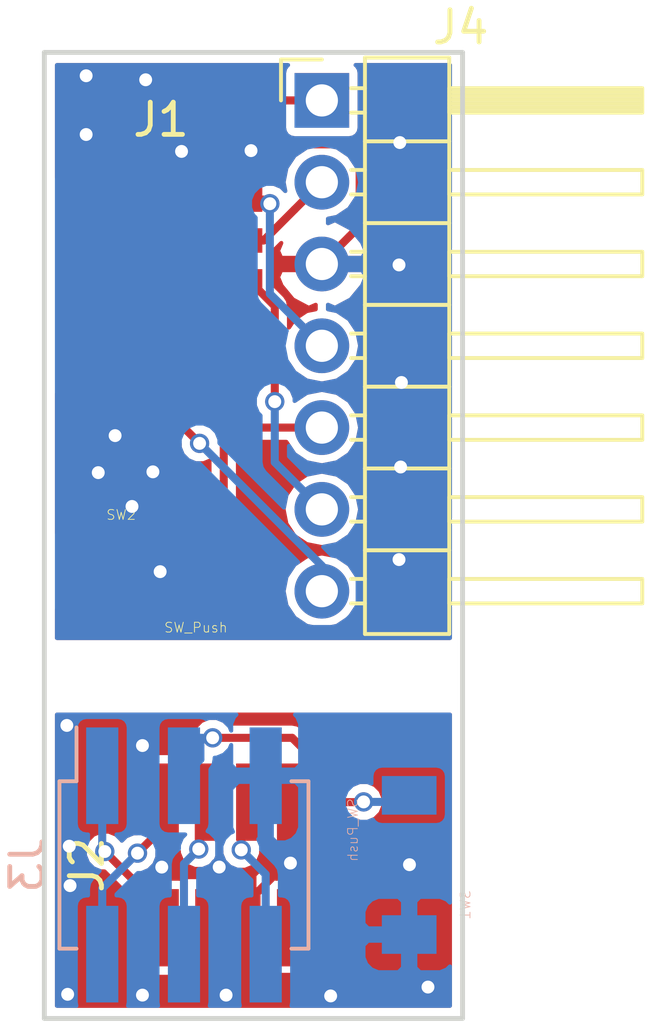
<source format=kicad_pcb>
(kicad_pcb (version 4) (host pcbnew 4.0.5)

  (general
    (links 22)
    (no_connects 3)
    (area 99.924999 99.924999 113.075001 130.075001)
    (thickness 1.6)
    (drawings 5)
    (tracks 185)
    (zones 0)
    (modules 6)
    (nets 16)
  )

  (page A4)
  (layers
    (0 F.Cu signal)
    (31 B.Cu signal)
    (32 B.Adhes user)
    (33 F.Adhes user)
    (34 B.Paste user)
    (35 F.Paste user)
    (36 B.SilkS user)
    (37 F.SilkS user)
    (38 B.Mask user)
    (39 F.Mask user)
    (40 Dwgs.User user)
    (41 Cmts.User user)
    (42 Eco1.User user)
    (43 Eco2.User user)
    (44 Edge.Cuts user)
    (45 Margin user)
    (46 B.CrtYd user)
    (47 F.CrtYd user)
    (48 B.Fab user)
    (49 F.Fab user)
  )

  (setup
    (last_trace_width 0.25)
    (trace_clearance 0.2)
    (zone_clearance 0.254)
    (zone_45_only no)
    (trace_min 0.2)
    (segment_width 0.2)
    (edge_width 0.15)
    (via_size 0.6)
    (via_drill 0.4)
    (via_min_size 0.4)
    (via_min_drill 0.3)
    (uvia_size 0.3)
    (uvia_drill 0.1)
    (uvias_allowed no)
    (uvia_min_size 0.2)
    (uvia_min_drill 0.1)
    (pcb_text_width 0.3)
    (pcb_text_size 1.5 1.5)
    (mod_edge_width 0.15)
    (mod_text_size 1 1)
    (mod_text_width 0.15)
    (pad_size 1.524 1.524)
    (pad_drill 0.762)
    (pad_to_mask_clearance 0.2)
    (aux_axis_origin 0 0)
    (visible_elements FFFFFF7F)
    (pcbplotparams
      (layerselection 0x00030_80000001)
      (usegerberextensions false)
      (excludeedgelayer true)
      (linewidth 0.100000)
      (plotframeref false)
      (viasonmask false)
      (mode 1)
      (useauxorigin false)
      (hpglpennumber 1)
      (hpglpenspeed 20)
      (hpglpendiameter 15)
      (hpglpenoverlay 2)
      (psnegative false)
      (psa4output false)
      (plotreference true)
      (plotvalue true)
      (plotinvisibletext false)
      (padsonsilk false)
      (subtractmaskfromsilk false)
      (outputformat 1)
      (mirror false)
      (drillshape 1)
      (scaleselection 1)
      (outputdirectory ""))
  )

  (net 0 "")
  (net 1 /VCC)
  (net 2 /TMS)
  (net 3 /GND)
  (net 4 /TCK)
  (net 5 /TDO)
  (net 6 "Net-(J1-Pad7)")
  (net 7 /TDI)
  (net 8 /~RST)
  (net 9 "Net-(J2-Pad1)")
  (net 10 "Net-(J2-Pad2)")
  (net 11 "Net-(J2-Pad4)")
  (net 12 "Net-(J2-Pad6)")
  (net 13 "Net-(J2-Pad7)")
  (net 14 "Net-(J2-Pad8)")
  (net 15 "Net-(J2-Pad10)")

  (net_class Default "This is the default net class."
    (clearance 0.2)
    (trace_width 0.25)
    (via_dia 0.6)
    (via_drill 0.4)
    (uvia_dia 0.3)
    (uvia_drill 0.1)
    (add_net /GND)
    (add_net /TCK)
    (add_net /TDI)
    (add_net /TDO)
    (add_net /TMS)
    (add_net /VCC)
    (add_net /~RST)
    (add_net "Net-(J1-Pad7)")
    (add_net "Net-(J2-Pad1)")
    (add_net "Net-(J2-Pad10)")
    (add_net "Net-(J2-Pad2)")
    (add_net "Net-(J2-Pad4)")
    (add_net "Net-(J2-Pad6)")
    (add_net "Net-(J2-Pad7)")
    (add_net "Net-(J2-Pad8)")
  )

  (module Homebrew:CNX_2X05X1.27_Vertical_SMD (layer F.Cu) (tedit 58F11CAC) (tstamp 58FB7FC7)
    (at 103.6262 107.111 270)
    (descr "Connecteur DB15 femelle encarte")
    (tags "CONN DB15")
    (path /58F52CD3)
    (fp_text reference J1 (at -5.02 0 360) (layer F.SilkS)
      (effects (font (size 1 1) (thickness 0.15)))
    )
    (fp_text value Jtag_ARM_10pin (at 0 1.27 270) (layer F.Fab)
      (effects (font (size 0.6 0.6) (thickness 0.15)))
    )
    (fp_line (start 1.17 2) (end 1.17 2.55) (layer F.Fab) (width 0.15))
    (fp_line (start -1.17 2) (end 1.17 2) (layer F.Fab) (width 0.15))
    (fp_line (start -1.17 2.55) (end -1.17 2) (layer F.Fab) (width 0.15))
    (fp_line (start -6.325 -2.55) (end -6.325 2.55) (layer F.Fab) (width 0.15))
    (fp_line (start 6.325 -2.55) (end -6.325 -2.55) (layer F.Fab) (width 0.15))
    (fp_line (start 6.325 2.55) (end 6.325 -2.55) (layer F.Fab) (width 0.15))
    (fp_line (start -6.325 2.55) (end -1.175 2.55) (layer F.Fab) (width 0.15))
    (fp_line (start 1.175 2.55) (end 6.325 2.55) (layer F.Fab) (width 0.15))
    (pad 1 smd rect (at -2.54 1.95 270) (size 0.76 2.4) (layers F.Cu F.Paste F.Mask)
      (net 1 /VCC))
    (pad 2 smd rect (at -2.54 -1.95 270) (size 0.76 2.4) (layers F.Cu F.Paste F.Mask)
      (net 2 /TMS))
    (pad 3 smd rect (at -1.27 1.95 270) (size 0.76 2.4) (layers F.Cu F.Paste F.Mask)
      (net 3 /GND))
    (pad 4 smd rect (at -1.27 -1.95 270) (size 0.76 2.4) (layers F.Cu F.Paste F.Mask)
      (net 4 /TCK))
    (pad 5 smd rect (at 0 1.95 270) (size 0.76 2.4) (layers F.Cu F.Paste F.Mask)
      (net 3 /GND))
    (pad 6 smd rect (at 0 -1.95 270) (size 0.76 2.4) (layers F.Cu F.Paste F.Mask)
      (net 5 /TDO))
    (pad 7 smd rect (at 1.27 1.95 270) (size 0.76 2.4) (layers F.Cu F.Paste F.Mask)
      (net 6 "Net-(J1-Pad7)"))
    (pad 8 smd rect (at 1.27 -1.95 270) (size 0.76 2.4) (layers F.Cu F.Paste F.Mask)
      (net 7 /TDI))
    (pad 9 smd rect (at 2.54 1.95 270) (size 0.76 2.4) (layers F.Cu F.Paste F.Mask)
      (net 3 /GND))
    (pad 10 smd rect (at 2.54 -1.95 270) (size 0.76 2.4) (layers F.Cu F.Paste F.Mask)
      (net 8 /~RST))
    (model Connectors.3dshapes/DB15M_CI.wrl
      (at (xyz -0.39 0.1 -0.03))
      (scale (xyz 1 1 1))
      (rotate (xyz 90 180 0))
    )
  )

  (module Homebrew:CNX_2X05X1.27_Vertical_SMD (layer F.Cu) (tedit 58F11CAC) (tstamp 58FB7FDD)
    (at 106.34031 125.232502)
    (descr "Connecteur DB15 femelle encarte")
    (tags "CONN DB15")
    (path /58F52EB0)
    (fp_text reference J2 (at -5.02 0 90) (layer F.SilkS)
      (effects (font (size 1 1) (thickness 0.15)))
    )
    (fp_text value Jtag_ARM_10pin (at 0 1.27) (layer F.Fab)
      (effects (font (size 0.6 0.6) (thickness 0.15)))
    )
    (fp_line (start 1.17 2) (end 1.17 2.55) (layer F.Fab) (width 0.15))
    (fp_line (start -1.17 2) (end 1.17 2) (layer F.Fab) (width 0.15))
    (fp_line (start -1.17 2.55) (end -1.17 2) (layer F.Fab) (width 0.15))
    (fp_line (start -6.325 -2.55) (end -6.325 2.55) (layer F.Fab) (width 0.15))
    (fp_line (start 6.325 -2.55) (end -6.325 -2.55) (layer F.Fab) (width 0.15))
    (fp_line (start 6.325 2.55) (end 6.325 -2.55) (layer F.Fab) (width 0.15))
    (fp_line (start -6.325 2.55) (end -1.175 2.55) (layer F.Fab) (width 0.15))
    (fp_line (start 1.175 2.55) (end 6.325 2.55) (layer F.Fab) (width 0.15))
    (pad 1 smd rect (at -2.54 1.95) (size 0.76 2.4) (layers F.Cu F.Paste F.Mask)
      (net 9 "Net-(J2-Pad1)"))
    (pad 2 smd rect (at -2.54 -1.95) (size 0.76 2.4) (layers F.Cu F.Paste F.Mask)
      (net 10 "Net-(J2-Pad2)"))
    (pad 3 smd rect (at -1.27 1.95) (size 0.76 2.4) (layers F.Cu F.Paste F.Mask)
      (net 3 /GND))
    (pad 4 smd rect (at -1.27 -1.95) (size 0.76 2.4) (layers F.Cu F.Paste F.Mask)
      (net 11 "Net-(J2-Pad4)"))
    (pad 5 smd rect (at 0 1.95) (size 0.76 2.4) (layers F.Cu F.Paste F.Mask)
      (net 3 /GND))
    (pad 6 smd rect (at 0 -1.95) (size 0.76 2.4) (layers F.Cu F.Paste F.Mask)
      (net 12 "Net-(J2-Pad6)"))
    (pad 7 smd rect (at 1.27 1.95) (size 0.76 2.4) (layers F.Cu F.Paste F.Mask)
      (net 13 "Net-(J2-Pad7)"))
    (pad 8 smd rect (at 1.27 -1.95) (size 0.76 2.4) (layers F.Cu F.Paste F.Mask)
      (net 14 "Net-(J2-Pad8)"))
    (pad 9 smd rect (at 2.54 1.95) (size 0.76 2.4) (layers F.Cu F.Paste F.Mask)
      (net 3 /GND))
    (pad 10 smd rect (at 2.54 -1.95) (size 0.76 2.4) (layers F.Cu F.Paste F.Mask)
      (net 15 "Net-(J2-Pad10)"))
    (model Connectors.3dshapes/DB15M_CI.wrl
      (at (xyz -0.39 0.1 -0.03))
      (scale (xyz 1 1 1))
      (rotate (xyz 90 180 0))
    )
  )

  (module Pin_Headers:Pin_Header_Straight_2x03_Pitch2.54mm_SMD (layer B.Cu) (tedit 58CD4EC5) (tstamp 58FB800F)
    (at 104.34031 125.232502 270)
    (descr "surface-mounted straight pin header, 2x03, 2.54mm pitch, double rows")
    (tags "Surface mounted pin header SMD 2x03 2.54mm double row")
    (path /58F52D6A)
    (attr smd)
    (fp_text reference J3 (at 0 4.87 270) (layer B.SilkS)
      (effects (font (size 1 1) (thickness 0.15)) (justify mirror))
    )
    (fp_text value CONN_02X03 (at 0 -4.87 270) (layer B.Fab)
      (effects (font (size 1 1) (thickness 0.15)) (justify mirror))
    )
    (fp_line (start -2.54 3.81) (end -2.54 -3.81) (layer B.Fab) (width 0.1))
    (fp_line (start -2.54 -3.81) (end 2.54 -3.81) (layer B.Fab) (width 0.1))
    (fp_line (start 2.54 -3.81) (end 2.54 3.81) (layer B.Fab) (width 0.1))
    (fp_line (start 2.54 3.81) (end -2.54 3.81) (layer B.Fab) (width 0.1))
    (fp_line (start -2.54 2.86) (end -2.54 2.22) (layer B.Fab) (width 0.1))
    (fp_line (start -2.54 2.22) (end -3.92 2.22) (layer B.Fab) (width 0.1))
    (fp_line (start -3.92 2.22) (end -3.92 2.86) (layer B.Fab) (width 0.1))
    (fp_line (start -3.92 2.86) (end -2.54 2.86) (layer B.Fab) (width 0.1))
    (fp_line (start 2.54 2.86) (end 2.54 2.22) (layer B.Fab) (width 0.1))
    (fp_line (start 2.54 2.22) (end 3.92 2.22) (layer B.Fab) (width 0.1))
    (fp_line (start 3.92 2.22) (end 3.92 2.86) (layer B.Fab) (width 0.1))
    (fp_line (start 3.92 2.86) (end 2.54 2.86) (layer B.Fab) (width 0.1))
    (fp_line (start -2.54 0.32) (end -2.54 -0.32) (layer B.Fab) (width 0.1))
    (fp_line (start -2.54 -0.32) (end -3.92 -0.32) (layer B.Fab) (width 0.1))
    (fp_line (start -3.92 -0.32) (end -3.92 0.32) (layer B.Fab) (width 0.1))
    (fp_line (start -3.92 0.32) (end -2.54 0.32) (layer B.Fab) (width 0.1))
    (fp_line (start 2.54 0.32) (end 2.54 -0.32) (layer B.Fab) (width 0.1))
    (fp_line (start 2.54 -0.32) (end 3.92 -0.32) (layer B.Fab) (width 0.1))
    (fp_line (start 3.92 -0.32) (end 3.92 0.32) (layer B.Fab) (width 0.1))
    (fp_line (start 3.92 0.32) (end 2.54 0.32) (layer B.Fab) (width 0.1))
    (fp_line (start -2.54 -2.22) (end -2.54 -2.86) (layer B.Fab) (width 0.1))
    (fp_line (start -2.54 -2.86) (end -3.92 -2.86) (layer B.Fab) (width 0.1))
    (fp_line (start -3.92 -2.86) (end -3.92 -2.22) (layer B.Fab) (width 0.1))
    (fp_line (start -3.92 -2.22) (end -2.54 -2.22) (layer B.Fab) (width 0.1))
    (fp_line (start 2.54 -2.22) (end 2.54 -2.86) (layer B.Fab) (width 0.1))
    (fp_line (start 2.54 -2.86) (end 3.92 -2.86) (layer B.Fab) (width 0.1))
    (fp_line (start 3.92 -2.86) (end 3.92 -2.22) (layer B.Fab) (width 0.1))
    (fp_line (start 3.92 -2.22) (end 2.54 -2.22) (layer B.Fab) (width 0.1))
    (fp_line (start -2.6 3.34) (end -2.6 3.87) (layer B.SilkS) (width 0.12))
    (fp_line (start -2.6 3.87) (end 2.6 3.87) (layer B.SilkS) (width 0.12))
    (fp_line (start 2.6 3.87) (end 2.6 3.34) (layer B.SilkS) (width 0.12))
    (fp_line (start -2.6 -3.34) (end -2.6 -3.87) (layer B.SilkS) (width 0.12))
    (fp_line (start -2.6 -3.87) (end 2.6 -3.87) (layer B.SilkS) (width 0.12))
    (fp_line (start 2.6 -3.87) (end 2.6 -3.34) (layer B.SilkS) (width 0.12))
    (fp_line (start -4.27 3.34) (end -2.6 3.34) (layer B.SilkS) (width 0.12))
    (fp_line (start -4.8 4.35) (end -4.8 -4.35) (layer B.CrtYd) (width 0.05))
    (fp_line (start -4.8 -4.35) (end 4.8 -4.35) (layer B.CrtYd) (width 0.05))
    (fp_line (start 4.8 -4.35) (end 4.8 4.35) (layer B.CrtYd) (width 0.05))
    (fp_line (start 4.8 4.35) (end -4.8 4.35) (layer B.CrtYd) (width 0.05))
    (fp_text user %R (at 0 4.87 270) (layer B.Fab)
      (effects (font (size 1 1) (thickness 0.15)) (justify mirror))
    )
    (pad 1 smd rect (at -2.77 2.54 270) (size 3 1) (layers B.Cu B.Paste B.Mask)
      (net 9 "Net-(J2-Pad1)"))
    (pad 2 smd rect (at 2.77 2.54 270) (size 3 1) (layers B.Cu B.Paste B.Mask)
      (net 10 "Net-(J2-Pad2)"))
    (pad 3 smd rect (at -2.77 0 270) (size 3 1) (layers B.Cu B.Paste B.Mask)
      (net 15 "Net-(J2-Pad10)"))
    (pad 4 smd rect (at 2.77 0 270) (size 3 1) (layers B.Cu B.Paste B.Mask)
      (net 11 "Net-(J2-Pad4)"))
    (pad 5 smd rect (at -2.77 -2.54 270) (size 3 1) (layers B.Cu B.Paste B.Mask)
      (net 3 /GND))
    (pad 6 smd rect (at 2.77 -2.54 270) (size 3 1) (layers B.Cu B.Paste B.Mask)
      (net 12 "Net-(J2-Pad6)"))
    (model ${KISYS3DMOD}/Pin_Headers.3dshapes/Pin_Header_Straight_2x03_Pitch2.54mm_SMD.wrl
      (at (xyz 0 0 0))
      (scale (xyz 1 1 1))
      (rotate (xyz 0 0 0))
    )
  )

  (module Pin_Headers:Pin_Header_Angled_1x07_Pitch2.54mm (layer F.Cu) (tedit 58CD4EC1) (tstamp 58FB80A5)
    (at 108.6262 101.491)
    (descr "Through hole angled pin header, 1x07, 2.54mm pitch, 6mm pin length, single row")
    (tags "Through hole angled pin header THT 1x07 2.54mm single row")
    (path /58F53289)
    (fp_text reference J4 (at 4.315 -2.27) (layer F.SilkS)
      (effects (font (size 1 1) (thickness 0.15)))
    )
    (fp_text value CONN_01X07 (at 4.315 17.51) (layer F.Fab)
      (effects (font (size 1 1) (thickness 0.15)))
    )
    (fp_line (start 1.4 -1.27) (end 1.4 1.27) (layer F.Fab) (width 0.1))
    (fp_line (start 1.4 1.27) (end 3.9 1.27) (layer F.Fab) (width 0.1))
    (fp_line (start 3.9 1.27) (end 3.9 -1.27) (layer F.Fab) (width 0.1))
    (fp_line (start 3.9 -1.27) (end 1.4 -1.27) (layer F.Fab) (width 0.1))
    (fp_line (start 0 -0.32) (end 0 0.32) (layer F.Fab) (width 0.1))
    (fp_line (start 0 0.32) (end 9.9 0.32) (layer F.Fab) (width 0.1))
    (fp_line (start 9.9 0.32) (end 9.9 -0.32) (layer F.Fab) (width 0.1))
    (fp_line (start 9.9 -0.32) (end 0 -0.32) (layer F.Fab) (width 0.1))
    (fp_line (start 1.4 1.27) (end 1.4 3.81) (layer F.Fab) (width 0.1))
    (fp_line (start 1.4 3.81) (end 3.9 3.81) (layer F.Fab) (width 0.1))
    (fp_line (start 3.9 3.81) (end 3.9 1.27) (layer F.Fab) (width 0.1))
    (fp_line (start 3.9 1.27) (end 1.4 1.27) (layer F.Fab) (width 0.1))
    (fp_line (start 0 2.22) (end 0 2.86) (layer F.Fab) (width 0.1))
    (fp_line (start 0 2.86) (end 9.9 2.86) (layer F.Fab) (width 0.1))
    (fp_line (start 9.9 2.86) (end 9.9 2.22) (layer F.Fab) (width 0.1))
    (fp_line (start 9.9 2.22) (end 0 2.22) (layer F.Fab) (width 0.1))
    (fp_line (start 1.4 3.81) (end 1.4 6.35) (layer F.Fab) (width 0.1))
    (fp_line (start 1.4 6.35) (end 3.9 6.35) (layer F.Fab) (width 0.1))
    (fp_line (start 3.9 6.35) (end 3.9 3.81) (layer F.Fab) (width 0.1))
    (fp_line (start 3.9 3.81) (end 1.4 3.81) (layer F.Fab) (width 0.1))
    (fp_line (start 0 4.76) (end 0 5.4) (layer F.Fab) (width 0.1))
    (fp_line (start 0 5.4) (end 9.9 5.4) (layer F.Fab) (width 0.1))
    (fp_line (start 9.9 5.4) (end 9.9 4.76) (layer F.Fab) (width 0.1))
    (fp_line (start 9.9 4.76) (end 0 4.76) (layer F.Fab) (width 0.1))
    (fp_line (start 1.4 6.35) (end 1.4 8.89) (layer F.Fab) (width 0.1))
    (fp_line (start 1.4 8.89) (end 3.9 8.89) (layer F.Fab) (width 0.1))
    (fp_line (start 3.9 8.89) (end 3.9 6.35) (layer F.Fab) (width 0.1))
    (fp_line (start 3.9 6.35) (end 1.4 6.35) (layer F.Fab) (width 0.1))
    (fp_line (start 0 7.3) (end 0 7.94) (layer F.Fab) (width 0.1))
    (fp_line (start 0 7.94) (end 9.9 7.94) (layer F.Fab) (width 0.1))
    (fp_line (start 9.9 7.94) (end 9.9 7.3) (layer F.Fab) (width 0.1))
    (fp_line (start 9.9 7.3) (end 0 7.3) (layer F.Fab) (width 0.1))
    (fp_line (start 1.4 8.89) (end 1.4 11.43) (layer F.Fab) (width 0.1))
    (fp_line (start 1.4 11.43) (end 3.9 11.43) (layer F.Fab) (width 0.1))
    (fp_line (start 3.9 11.43) (end 3.9 8.89) (layer F.Fab) (width 0.1))
    (fp_line (start 3.9 8.89) (end 1.4 8.89) (layer F.Fab) (width 0.1))
    (fp_line (start 0 9.84) (end 0 10.48) (layer F.Fab) (width 0.1))
    (fp_line (start 0 10.48) (end 9.9 10.48) (layer F.Fab) (width 0.1))
    (fp_line (start 9.9 10.48) (end 9.9 9.84) (layer F.Fab) (width 0.1))
    (fp_line (start 9.9 9.84) (end 0 9.84) (layer F.Fab) (width 0.1))
    (fp_line (start 1.4 11.43) (end 1.4 13.97) (layer F.Fab) (width 0.1))
    (fp_line (start 1.4 13.97) (end 3.9 13.97) (layer F.Fab) (width 0.1))
    (fp_line (start 3.9 13.97) (end 3.9 11.43) (layer F.Fab) (width 0.1))
    (fp_line (start 3.9 11.43) (end 1.4 11.43) (layer F.Fab) (width 0.1))
    (fp_line (start 0 12.38) (end 0 13.02) (layer F.Fab) (width 0.1))
    (fp_line (start 0 13.02) (end 9.9 13.02) (layer F.Fab) (width 0.1))
    (fp_line (start 9.9 13.02) (end 9.9 12.38) (layer F.Fab) (width 0.1))
    (fp_line (start 9.9 12.38) (end 0 12.38) (layer F.Fab) (width 0.1))
    (fp_line (start 1.4 13.97) (end 1.4 16.51) (layer F.Fab) (width 0.1))
    (fp_line (start 1.4 16.51) (end 3.9 16.51) (layer F.Fab) (width 0.1))
    (fp_line (start 3.9 16.51) (end 3.9 13.97) (layer F.Fab) (width 0.1))
    (fp_line (start 3.9 13.97) (end 1.4 13.97) (layer F.Fab) (width 0.1))
    (fp_line (start 0 14.92) (end 0 15.56) (layer F.Fab) (width 0.1))
    (fp_line (start 0 15.56) (end 9.9 15.56) (layer F.Fab) (width 0.1))
    (fp_line (start 9.9 15.56) (end 9.9 14.92) (layer F.Fab) (width 0.1))
    (fp_line (start 9.9 14.92) (end 0 14.92) (layer F.Fab) (width 0.1))
    (fp_line (start 1.34 -1.33) (end 1.34 1.27) (layer F.SilkS) (width 0.12))
    (fp_line (start 1.34 1.27) (end 3.96 1.27) (layer F.SilkS) (width 0.12))
    (fp_line (start 3.96 1.27) (end 3.96 -1.33) (layer F.SilkS) (width 0.12))
    (fp_line (start 3.96 -1.33) (end 1.34 -1.33) (layer F.SilkS) (width 0.12))
    (fp_line (start 3.96 -0.38) (end 3.96 0.38) (layer F.SilkS) (width 0.12))
    (fp_line (start 3.96 0.38) (end 9.96 0.38) (layer F.SilkS) (width 0.12))
    (fp_line (start 9.96 0.38) (end 9.96 -0.38) (layer F.SilkS) (width 0.12))
    (fp_line (start 9.96 -0.38) (end 3.96 -0.38) (layer F.SilkS) (width 0.12))
    (fp_line (start 0.91 -0.38) (end 1.34 -0.38) (layer F.SilkS) (width 0.12))
    (fp_line (start 0.91 0.38) (end 1.34 0.38) (layer F.SilkS) (width 0.12))
    (fp_line (start 3.96 -0.26) (end 9.96 -0.26) (layer F.SilkS) (width 0.12))
    (fp_line (start 3.96 -0.14) (end 9.96 -0.14) (layer F.SilkS) (width 0.12))
    (fp_line (start 3.96 -0.02) (end 9.96 -0.02) (layer F.SilkS) (width 0.12))
    (fp_line (start 3.96 0.1) (end 9.96 0.1) (layer F.SilkS) (width 0.12))
    (fp_line (start 3.96 0.22) (end 9.96 0.22) (layer F.SilkS) (width 0.12))
    (fp_line (start 3.96 0.34) (end 9.96 0.34) (layer F.SilkS) (width 0.12))
    (fp_line (start 1.34 1.27) (end 1.34 3.81) (layer F.SilkS) (width 0.12))
    (fp_line (start 1.34 3.81) (end 3.96 3.81) (layer F.SilkS) (width 0.12))
    (fp_line (start 3.96 3.81) (end 3.96 1.27) (layer F.SilkS) (width 0.12))
    (fp_line (start 3.96 1.27) (end 1.34 1.27) (layer F.SilkS) (width 0.12))
    (fp_line (start 3.96 2.16) (end 3.96 2.92) (layer F.SilkS) (width 0.12))
    (fp_line (start 3.96 2.92) (end 9.96 2.92) (layer F.SilkS) (width 0.12))
    (fp_line (start 9.96 2.92) (end 9.96 2.16) (layer F.SilkS) (width 0.12))
    (fp_line (start 9.96 2.16) (end 3.96 2.16) (layer F.SilkS) (width 0.12))
    (fp_line (start 0.91 2.16) (end 1.34 2.16) (layer F.SilkS) (width 0.12))
    (fp_line (start 0.91 2.92) (end 1.34 2.92) (layer F.SilkS) (width 0.12))
    (fp_line (start 1.34 3.81) (end 1.34 6.35) (layer F.SilkS) (width 0.12))
    (fp_line (start 1.34 6.35) (end 3.96 6.35) (layer F.SilkS) (width 0.12))
    (fp_line (start 3.96 6.35) (end 3.96 3.81) (layer F.SilkS) (width 0.12))
    (fp_line (start 3.96 3.81) (end 1.34 3.81) (layer F.SilkS) (width 0.12))
    (fp_line (start 3.96 4.7) (end 3.96 5.46) (layer F.SilkS) (width 0.12))
    (fp_line (start 3.96 5.46) (end 9.96 5.46) (layer F.SilkS) (width 0.12))
    (fp_line (start 9.96 5.46) (end 9.96 4.7) (layer F.SilkS) (width 0.12))
    (fp_line (start 9.96 4.7) (end 3.96 4.7) (layer F.SilkS) (width 0.12))
    (fp_line (start 0.91 4.7) (end 1.34 4.7) (layer F.SilkS) (width 0.12))
    (fp_line (start 0.91 5.46) (end 1.34 5.46) (layer F.SilkS) (width 0.12))
    (fp_line (start 1.34 6.35) (end 1.34 8.89) (layer F.SilkS) (width 0.12))
    (fp_line (start 1.34 8.89) (end 3.96 8.89) (layer F.SilkS) (width 0.12))
    (fp_line (start 3.96 8.89) (end 3.96 6.35) (layer F.SilkS) (width 0.12))
    (fp_line (start 3.96 6.35) (end 1.34 6.35) (layer F.SilkS) (width 0.12))
    (fp_line (start 3.96 7.24) (end 3.96 8) (layer F.SilkS) (width 0.12))
    (fp_line (start 3.96 8) (end 9.96 8) (layer F.SilkS) (width 0.12))
    (fp_line (start 9.96 8) (end 9.96 7.24) (layer F.SilkS) (width 0.12))
    (fp_line (start 9.96 7.24) (end 3.96 7.24) (layer F.SilkS) (width 0.12))
    (fp_line (start 0.91 7.24) (end 1.34 7.24) (layer F.SilkS) (width 0.12))
    (fp_line (start 0.91 8) (end 1.34 8) (layer F.SilkS) (width 0.12))
    (fp_line (start 1.34 8.89) (end 1.34 11.43) (layer F.SilkS) (width 0.12))
    (fp_line (start 1.34 11.43) (end 3.96 11.43) (layer F.SilkS) (width 0.12))
    (fp_line (start 3.96 11.43) (end 3.96 8.89) (layer F.SilkS) (width 0.12))
    (fp_line (start 3.96 8.89) (end 1.34 8.89) (layer F.SilkS) (width 0.12))
    (fp_line (start 3.96 9.78) (end 3.96 10.54) (layer F.SilkS) (width 0.12))
    (fp_line (start 3.96 10.54) (end 9.96 10.54) (layer F.SilkS) (width 0.12))
    (fp_line (start 9.96 10.54) (end 9.96 9.78) (layer F.SilkS) (width 0.12))
    (fp_line (start 9.96 9.78) (end 3.96 9.78) (layer F.SilkS) (width 0.12))
    (fp_line (start 0.91 9.78) (end 1.34 9.78) (layer F.SilkS) (width 0.12))
    (fp_line (start 0.91 10.54) (end 1.34 10.54) (layer F.SilkS) (width 0.12))
    (fp_line (start 1.34 11.43) (end 1.34 13.97) (layer F.SilkS) (width 0.12))
    (fp_line (start 1.34 13.97) (end 3.96 13.97) (layer F.SilkS) (width 0.12))
    (fp_line (start 3.96 13.97) (end 3.96 11.43) (layer F.SilkS) (width 0.12))
    (fp_line (start 3.96 11.43) (end 1.34 11.43) (layer F.SilkS) (width 0.12))
    (fp_line (start 3.96 12.32) (end 3.96 13.08) (layer F.SilkS) (width 0.12))
    (fp_line (start 3.96 13.08) (end 9.96 13.08) (layer F.SilkS) (width 0.12))
    (fp_line (start 9.96 13.08) (end 9.96 12.32) (layer F.SilkS) (width 0.12))
    (fp_line (start 9.96 12.32) (end 3.96 12.32) (layer F.SilkS) (width 0.12))
    (fp_line (start 0.91 12.32) (end 1.34 12.32) (layer F.SilkS) (width 0.12))
    (fp_line (start 0.91 13.08) (end 1.34 13.08) (layer F.SilkS) (width 0.12))
    (fp_line (start 1.34 13.97) (end 1.34 16.57) (layer F.SilkS) (width 0.12))
    (fp_line (start 1.34 16.57) (end 3.96 16.57) (layer F.SilkS) (width 0.12))
    (fp_line (start 3.96 16.57) (end 3.96 13.97) (layer F.SilkS) (width 0.12))
    (fp_line (start 3.96 13.97) (end 1.34 13.97) (layer F.SilkS) (width 0.12))
    (fp_line (start 3.96 14.86) (end 3.96 15.62) (layer F.SilkS) (width 0.12))
    (fp_line (start 3.96 15.62) (end 9.96 15.62) (layer F.SilkS) (width 0.12))
    (fp_line (start 9.96 15.62) (end 9.96 14.86) (layer F.SilkS) (width 0.12))
    (fp_line (start 9.96 14.86) (end 3.96 14.86) (layer F.SilkS) (width 0.12))
    (fp_line (start 0.91 14.86) (end 1.34 14.86) (layer F.SilkS) (width 0.12))
    (fp_line (start 0.91 15.62) (end 1.34 15.62) (layer F.SilkS) (width 0.12))
    (fp_line (start -1.27 0) (end -1.27 -1.27) (layer F.SilkS) (width 0.12))
    (fp_line (start -1.27 -1.27) (end 0 -1.27) (layer F.SilkS) (width 0.12))
    (fp_line (start -1.8 -1.8) (end -1.8 17.05) (layer F.CrtYd) (width 0.05))
    (fp_line (start -1.8 17.05) (end 10.4 17.05) (layer F.CrtYd) (width 0.05))
    (fp_line (start 10.4 17.05) (end 10.4 -1.8) (layer F.CrtYd) (width 0.05))
    (fp_line (start 10.4 -1.8) (end -1.8 -1.8) (layer F.CrtYd) (width 0.05))
    (fp_text user %R (at 4.315 -2.27) (layer F.Fab)
      (effects (font (size 1 1) (thickness 0.15)))
    )
    (pad 1 thru_hole rect (at 0 0) (size 1.7 1.7) (drill 1) (layers *.Cu *.Mask)
      (net 1 /VCC))
    (pad 2 thru_hole oval (at 0 2.54) (size 1.7 1.7) (drill 1) (layers *.Cu *.Mask)
      (net 4 /TCK))
    (pad 3 thru_hole oval (at 0 5.08) (size 1.7 1.7) (drill 1) (layers *.Cu *.Mask)
      (net 3 /GND))
    (pad 4 thru_hole oval (at 0 7.62) (size 1.7 1.7) (drill 1) (layers *.Cu *.Mask)
      (net 2 /TMS))
    (pad 5 thru_hole oval (at 0 10.16) (size 1.7 1.7) (drill 1) (layers *.Cu *.Mask)
      (net 8 /~RST))
    (pad 6 thru_hole oval (at 0 12.7) (size 1.7 1.7) (drill 1) (layers *.Cu *.Mask)
      (net 5 /TDO))
    (pad 7 thru_hole oval (at 0 15.24) (size 1.7 1.7) (drill 1) (layers *.Cu *.Mask)
      (net 7 /TDI))
    (model ${KISYS3DMOD}/Pin_Headers.3dshapes/Pin_Header_Angled_1x07_Pitch2.54mm.wrl
      (at (xyz 0 -0.3 0))
      (scale (xyz 1 1 1))
      (rotate (xyz 0 0 90))
    )
  )

  (module Homebrew:Homebrew-SMT_SPSD_5X3MM (layer F.Cu) (tedit 58ED0EFB) (tstamp 58FB80B9)
    (at 103.6262 116.111)
    (path /58F546DA)
    (attr smd)
    (fp_text reference SW2 (at -1.23698 -1.75006) (layer F.SilkS)
      (effects (font (size 0.3048 0.3048) (thickness 0.0254)))
    )
    (fp_text value SW_Push (at 1.08458 1.75006 180) (layer F.SilkS)
      (effects (font (size 0.3048 0.3048) (thickness 0.0254)))
    )
    (fp_line (start -1.99898 1.4986) (end 1.99898 1.4986) (layer Dwgs.User) (width 0.127))
    (fp_line (start 1.99898 1.4986) (end 1.99898 0.99822) (layer Dwgs.User) (width 0.127))
    (fp_line (start 1.99898 -0.99822) (end 1.99898 -1.4986) (layer Dwgs.User) (width 0.127))
    (fp_line (start 1.99898 -1.4986) (end -1.99898 -1.4986) (layer Dwgs.User) (width 0.127))
    (fp_line (start -1.99898 -1.4986) (end -1.99898 -0.99822) (layer Dwgs.User) (width 0.127))
    (fp_line (start -1.99898 0.99822) (end -1.99898 1.4986) (layer Dwgs.User) (width 0.127))
    (fp_circle (center 0 0) (end -0.43688 0.43688) (layer Dwgs.User) (width 0.0635))
    (pad 1 smd rect (at -2.16154 0 90) (size 1.69926 1.19888) (layers F.Cu F.Paste F.Mask)
      (net 3 /GND))
    (pad 2 smd rect (at 2.16154 0 90) (size 1.69926 1.19888) (layers F.Cu F.Paste F.Mask)
      (net 8 /~RST))
  )

  (module Homebrew:Homebrew-SMT_SPSD_5X3MM (layer B.Cu) (tedit 58ED0EFB) (tstamp 58FB80AF)
    (at 111.34031 125.232502 90)
    (path /58F54665)
    (attr smd)
    (fp_text reference SW1 (at -1.23698 1.75006 90) (layer B.SilkS)
      (effects (font (size 0.3048 0.3048) (thickness 0.0254)) (justify mirror))
    )
    (fp_text value SW_Push (at 1.08458 -1.75006 270) (layer B.SilkS)
      (effects (font (size 0.3048 0.3048) (thickness 0.0254)) (justify mirror))
    )
    (fp_line (start -1.99898 -1.4986) (end 1.99898 -1.4986) (layer Dwgs.User) (width 0.127))
    (fp_line (start 1.99898 -1.4986) (end 1.99898 -0.99822) (layer Dwgs.User) (width 0.127))
    (fp_line (start 1.99898 0.99822) (end 1.99898 1.4986) (layer Dwgs.User) (width 0.127))
    (fp_line (start 1.99898 1.4986) (end -1.99898 1.4986) (layer Dwgs.User) (width 0.127))
    (fp_line (start -1.99898 1.4986) (end -1.99898 0.99822) (layer Dwgs.User) (width 0.127))
    (fp_line (start -1.99898 -0.99822) (end -1.99898 -1.4986) (layer Dwgs.User) (width 0.127))
    (fp_circle (center 0 0) (end -0.43688 -0.43688) (layer Dwgs.User) (width 0.0635))
    (pad 1 smd rect (at -2.16154 0) (size 1.69926 1.19888) (layers B.Cu B.Paste B.Mask)
      (net 3 /GND))
    (pad 2 smd rect (at 2.16154 0) (size 1.69926 1.19888) (layers B.Cu B.Paste B.Mask)
      (net 15 "Net-(J2-Pad10)"))
  )

  (gr_line (start 100 130) (end 100 100) (layer Edge.Cuts) (width 0.15))
  (gr_line (start 100 130) (end 100 130) (layer Edge.Cuts) (width 0.15))
  (gr_line (start 113 130) (end 100 130) (layer Edge.Cuts) (width 0.15))
  (gr_line (start 113 100) (end 113 130) (layer Edge.Cuts) (width 0.15))
  (gr_line (start 100 100) (end 113 100) (layer Edge.Cuts) (width 0.15))

  (segment (start 101.6762 104.571) (end 101.6762 103.941) (width 0.25) (layer F.Cu) (net 1))
  (segment (start 101.6762 103.941) (end 104.1262 101.491) (width 0.25) (layer F.Cu) (net 1))
  (segment (start 104.1262 101.491) (end 107.5262 101.491) (width 0.25) (layer F.Cu) (net 1))
  (segment (start 107.5262 101.491) (end 108.6262 101.491) (width 0.25) (layer F.Cu) (net 1))
  (segment (start 107.0102 104.6988) (end 107.0102 107.495) (width 0.25) (layer B.Cu) (net 2))
  (segment (start 107.0102 107.495) (end 108.6262 109.111) (width 0.25) (layer B.Cu) (net 2))
  (segment (start 105.5762 104.571) (end 106.8824 104.571) (width 0.25) (layer F.Cu) (net 2))
  (segment (start 106.8824 104.571) (end 107.0102 104.6988) (width 0.25) (layer F.Cu) (net 2))
  (via (at 107.0102 104.6988) (size 0.6) (drill 0.4) (layers F.Cu B.Cu) (net 2))
  (segment (start 104.887808 125.55) (end 103.9 125.55) (width 0.25) (layer F.Cu) (net 3))
  (segment (start 103.9 125.55) (end 103.65 125.3) (width 0.25) (layer F.Cu) (net 3))
  (via (at 103.65 125.3) (size 0.6) (drill 0.4) (layers F.Cu B.Cu) (net 3))
  (segment (start 105.07031 127.182502) (end 105.07031 125.732502) (width 0.25) (layer F.Cu) (net 3))
  (segment (start 105.07031 125.732502) (end 104.887808 125.55) (width 0.25) (layer F.Cu) (net 3))
  (segment (start 100.7 120.9) (end 102.425 120.9) (width 0.25) (layer F.Cu) (net 3))
  (segment (start 102.425 120.9) (end 103.05 121.525) (width 0.25) (layer F.Cu) (net 3))
  (via (at 103.05 121.525) (size 0.6) (drill 0.4) (layers F.Cu B.Cu) (net 3))
  (segment (start 100.775 124.65) (end 100.775 120.975) (width 0.25) (layer B.Cu) (net 3))
  (segment (start 100.775 120.975) (end 100.7 120.9) (width 0.25) (layer B.Cu) (net 3))
  (via (at 100.7 120.9) (size 0.6) (drill 0.4) (layers F.Cu B.Cu) (net 3))
  (segment (start 100.8 125.875) (end 100.8 124.675) (width 0.25) (layer F.Cu) (net 3))
  (segment (start 100.8 124.675) (end 100.775 124.65) (width 0.25) (layer F.Cu) (net 3))
  (via (at 100.775 124.65) (size 0.6) (drill 0.4) (layers F.Cu B.Cu) (net 3))
  (segment (start 100.725 129.25) (end 100.725 125.95) (width 0.25) (layer B.Cu) (net 3))
  (segment (start 100.725 125.95) (end 100.8 125.875) (width 0.25) (layer B.Cu) (net 3))
  (via (at 100.8 125.875) (size 0.6) (drill 0.4) (layers F.Cu B.Cu) (net 3))
  (segment (start 103.05 129.275) (end 100.75 129.275) (width 0.25) (layer F.Cu) (net 3))
  (segment (start 100.75 129.275) (end 100.725 129.25) (width 0.25) (layer F.Cu) (net 3))
  (via (at 100.725 129.25) (size 0.6) (drill 0.4) (layers F.Cu B.Cu) (net 3))
  (segment (start 105.65 129.275) (end 103.05 129.275) (width 0.25) (layer F.Cu) (net 3))
  (via (at 103.05 129.275) (size 0.6) (drill 0.4) (layers F.Cu B.Cu) (net 3))
  (segment (start 108.9 129.3) (end 105.675 129.3) (width 0.25) (layer F.Cu) (net 3))
  (segment (start 105.675 129.3) (end 105.65 129.275) (width 0.25) (layer F.Cu) (net 3))
  (via (at 105.65 129.275) (size 0.6) (drill 0.4) (layers F.Cu B.Cu) (net 3))
  (segment (start 111.925 129.025) (end 109.175 129.025) (width 0.25) (layer B.Cu) (net 3))
  (segment (start 109.175 129.025) (end 108.9 129.3) (width 0.25) (layer B.Cu) (net 3))
  (via (at 108.9 129.3) (size 0.6) (drill 0.4) (layers F.Cu B.Cu) (net 3))
  (segment (start 111.325 125.674264) (end 111.325 128.425) (width 0.25) (layer F.Cu) (net 3))
  (segment (start 111.325 128.425) (end 111.925 129.025) (width 0.25) (layer F.Cu) (net 3))
  (via (at 111.925 129.025) (size 0.6) (drill 0.4) (layers F.Cu B.Cu) (net 3))
  (segment (start 111.35 125.225) (end 111.35 125.649264) (width 0.25) (layer F.Cu) (net 3))
  (segment (start 111.35 125.649264) (end 111.325 125.674264) (width 0.25) (layer F.Cu) (net 3))
  (segment (start 107.65 125.175) (end 111.3 125.175) (width 0.25) (layer B.Cu) (net 3))
  (segment (start 111.3 125.175) (end 111.35 125.225) (width 0.25) (layer B.Cu) (net 3))
  (via (at 111.35 125.225) (size 0.6) (drill 0.4) (layers F.Cu B.Cu) (net 3))
  (segment (start 106.34031 127.182502) (end 106.34031 126.362502) (width 0.25) (layer F.Cu) (net 3))
  (segment (start 106.34031 126.362502) (end 107.527812 125.175) (width 0.25) (layer F.Cu) (net 3))
  (segment (start 107.527812 125.175) (end 107.65 125.175) (width 0.25) (layer F.Cu) (net 3))
  (via (at 107.65 125.175) (size 0.6) (drill 0.4) (layers F.Cu B.Cu) (net 3))
  (segment (start 103.6 116.125) (end 103.6 114.975) (width 0.25) (layer F.Cu) (net 3))
  (segment (start 103.6 114.975) (end 102.725 114.1) (width 0.25) (layer F.Cu) (net 3))
  (via (at 102.725 114.1) (size 0.6) (drill 0.4) (layers F.Cu B.Cu) (net 3))
  (segment (start 111.025 115.75) (end 110.2182 115.75) (width 0.25) (layer B.Cu) (net 3))
  (segment (start 110.2182 115.75) (end 109.801201 116.166999) (width 0.25) (layer B.Cu) (net 3))
  (segment (start 109.801201 116.166999) (end 109.801201 117.295001) (width 0.25) (layer B.Cu) (net 3))
  (segment (start 109.801201 117.295001) (end 109.190201 117.906001) (width 0.25) (layer B.Cu) (net 3))
  (segment (start 109.190201 117.906001) (end 105.381001 117.906001) (width 0.25) (layer B.Cu) (net 3))
  (segment (start 105.381001 117.906001) (end 103.6 116.125) (width 0.25) (layer B.Cu) (net 3))
  (via (at 103.6 116.125) (size 0.6) (drill 0.4) (layers F.Cu B.Cu) (net 3))
  (segment (start 111.075 112.875) (end 111.075 115.7) (width 0.25) (layer F.Cu) (net 3))
  (via (at 111.025 115.75) (size 0.6) (drill 0.4) (layers F.Cu B.Cu) (net 3))
  (segment (start 111.075 115.7) (end 111.025 115.75) (width 0.25) (layer F.Cu) (net 3))
  (segment (start 111.1 110.25) (end 111.1 112.85) (width 0.25) (layer B.Cu) (net 3))
  (segment (start 111.1 112.85) (end 111.075 112.875) (width 0.25) (layer B.Cu) (net 3))
  (via (at 111.075 112.875) (size 0.6) (drill 0.4) (layers F.Cu B.Cu) (net 3))
  (segment (start 111.05 102.8) (end 111.05 110.2) (width 0.25) (layer F.Cu) (net 3))
  (segment (start 111.05 110.2) (end 111.1 110.25) (width 0.25) (layer F.Cu) (net 3))
  (via (at 111.1 110.25) (size 0.6) (drill 0.4) (layers F.Cu B.Cu) (net 3))
  (segment (start 111.025 106.6) (end 111.025 102.825) (width 0.25) (layer B.Cu) (net 3))
  (segment (start 111.025 102.825) (end 111.05 102.8) (width 0.25) (layer B.Cu) (net 3))
  (via (at 111.05 102.8) (size 0.6) (drill 0.4) (layers F.Cu B.Cu) (net 3))
  (segment (start 108.6262 106.571) (end 110.996 106.571) (width 0.25) (layer F.Cu) (net 3))
  (segment (start 110.996 106.571) (end 111.025 106.6) (width 0.25) (layer F.Cu) (net 3))
  (via (at 111.025 106.6) (size 0.6) (drill 0.4) (layers F.Cu B.Cu) (net 3))
  (segment (start 101.6762 109.651) (end 101.6762 113.05) (width 0.25) (layer F.Cu) (net 3))
  (segment (start 101.6762 113.05) (end 101.6762 115.89946) (width 0.25) (layer F.Cu) (net 3))
  (segment (start 103.375 113.025) (end 101.7012 113.025) (width 0.25) (layer F.Cu) (net 3))
  (segment (start 101.7012 113.025) (end 101.6762 113.05) (width 0.25) (layer F.Cu) (net 3))
  (via (at 101.6762 113.05) (size 0.6) (drill 0.4) (layers F.Cu B.Cu) (net 3))
  (segment (start 102.2 111.9) (end 102.25 111.9) (width 0.25) (layer B.Cu) (net 3))
  (segment (start 102.25 111.9) (end 103.375 113.025) (width 0.25) (layer B.Cu) (net 3))
  (via (at 103.375 113.025) (size 0.6) (drill 0.4) (layers F.Cu B.Cu) (net 3))
  (segment (start 101.6762 109.651) (end 101.6762 111.3762) (width 0.25) (layer F.Cu) (net 3))
  (segment (start 101.6762 111.3762) (end 102.2 111.9) (width 0.25) (layer F.Cu) (net 3))
  (via (at 102.2 111.9) (size 0.6) (drill 0.4) (layers F.Cu B.Cu) (net 3))
  (segment (start 101.3 102.55) (end 101.3 100.725) (width 0.25) (layer B.Cu) (net 3))
  (via (at 101.3 100.725) (size 0.6) (drill 0.4) (layers F.Cu B.Cu) (net 3))
  (segment (start 103.15 100.85) (end 101.45 102.55) (width 0.25) (layer F.Cu) (net 3))
  (segment (start 101.45 102.55) (end 101.3 102.55) (width 0.25) (layer F.Cu) (net 3))
  (via (at 101.3 102.55) (size 0.6) (drill 0.4) (layers F.Cu B.Cu) (net 3))
  (segment (start 103.800736 100.85) (end 103.15 100.85) (width 0.25) (layer B.Cu) (net 3))
  (via (at 103.15 100.85) (size 0.6) (drill 0.4) (layers F.Cu B.Cu) (net 3))
  (segment (start 106.425 103.05) (end 106.000736 103.05) (width 0.25) (layer B.Cu) (net 3))
  (segment (start 106.000736 103.05) (end 103.800736 100.85) (width 0.25) (layer B.Cu) (net 3))
  (segment (start 104.2652 103.075) (end 106.4 103.075) (width 0.25) (layer F.Cu) (net 3))
  (segment (start 106.4 103.075) (end 106.425 103.05) (width 0.25) (layer F.Cu) (net 3))
  (via (at 106.425 103.05) (size 0.6) (drill 0.4) (layers F.Cu B.Cu) (net 3))
  (segment (start 104.2652 103.075) (end 104.484201 102.855999) (width 0.25) (layer F.Cu) (net 3))
  (segment (start 104.051199 103.289001) (end 104.2652 103.075) (width 0.25) (layer F.Cu) (net 3))
  (via (at 104.2652 103.075) (size 0.6) (drill 0.4) (layers F.Cu B.Cu) (net 3))
  (segment (start 101.6762 105.841) (end 102.4962 105.841) (width 0.25) (layer F.Cu) (net 3))
  (segment (start 102.4962 105.841) (end 104.051199 104.286001) (width 0.25) (layer F.Cu) (net 3))
  (segment (start 104.051199 104.286001) (end 104.051199 103.289001) (width 0.25) (layer F.Cu) (net 3))
  (segment (start 109.561599 102.855999) (end 109.801201 103.095601) (width 0.25) (layer F.Cu) (net 3))
  (segment (start 109.801201 103.095601) (end 109.801201 105.395999) (width 0.25) (layer F.Cu) (net 3))
  (segment (start 109.801201 105.395999) (end 109.476199 105.721001) (width 0.25) (layer F.Cu) (net 3))
  (segment (start 109.476199 105.721001) (end 108.6262 106.571) (width 0.25) (layer F.Cu) (net 3))
  (segment (start 104.484201 102.855999) (end 109.561599 102.855999) (width 0.25) (layer F.Cu) (net 3))
  (segment (start 103.1262 105.841) (end 104.051199 104.916001) (width 0.25) (layer F.Cu) (net 3))
  (segment (start 104.051199 104.916001) (end 104.051199 103.289001) (width 0.25) (layer F.Cu) (net 3))
  (segment (start 101.6762 115.89946) (end 101.46466 116.111) (width 0.25) (layer F.Cu) (net 3))
  (segment (start 103.3526 106.0674) (end 103.3526 106.8846) (width 0.25) (layer F.Cu) (net 3))
  (segment (start 103.3526 106.8846) (end 103.1262 107.111) (width 0.25) (layer F.Cu) (net 3))
  (segment (start 101.6762 105.841) (end 103.1262 105.841) (width 0.25) (layer F.Cu) (net 3))
  (segment (start 103.1262 105.841) (end 103.3526 106.0674) (width 0.25) (layer F.Cu) (net 3))
  (segment (start 101.6762 107.111) (end 103.1262 107.111) (width 0.25) (layer F.Cu) (net 3))
  (segment (start 102.4962 109.651) (end 101.6762 109.651) (width 0.25) (layer F.Cu) (net 3))
  (segment (start 103.1262 107.111) (end 103.201201 107.186001) (width 0.25) (layer F.Cu) (net 3))
  (segment (start 103.201201 107.186001) (end 103.201201 108.945999) (width 0.25) (layer F.Cu) (net 3))
  (segment (start 103.201201 108.945999) (end 102.4962 109.651) (width 0.25) (layer F.Cu) (net 3))
  (segment (start 108.88031 127.182502) (end 108.88031 128.632502) (width 0.25) (layer F.Cu) (net 3))
  (segment (start 108.88031 128.632502) (end 108.805309 128.707503) (width 0.25) (layer F.Cu) (net 3))
  (segment (start 106.34031 128.002502) (end 106.34031 127.182502) (width 0.25) (layer F.Cu) (net 3))
  (segment (start 108.805309 128.707503) (end 107.045311 128.707503) (width 0.25) (layer F.Cu) (net 3))
  (segment (start 107.045311 128.707503) (end 106.34031 128.002502) (width 0.25) (layer F.Cu) (net 3))
  (segment (start 106.34031 127.182502) (end 105.07031 127.182502) (width 0.25) (layer F.Cu) (net 3))
  (segment (start 105.4354 125.2982) (end 105.4354 126.817412) (width 0.25) (layer F.Cu) (net 3))
  (segment (start 105.4354 126.817412) (end 105.07031 127.182502) (width 0.25) (layer F.Cu) (net 3))
  (segment (start 105.4354 123.157412) (end 105.4354 125.2982) (width 0.25) (layer B.Cu) (net 3))
  (via (at 105.4354 125.2982) (size 0.6) (drill 0.4) (layers F.Cu B.Cu) (net 3))
  (segment (start 106.88031 122.462502) (end 106.13031 122.462502) (width 0.25) (layer B.Cu) (net 3))
  (segment (start 106.13031 122.462502) (end 105.4354 123.157412) (width 0.25) (layer B.Cu) (net 3))
  (segment (start 105.5762 105.841) (end 106.8162 105.841) (width 0.25) (layer F.Cu) (net 4))
  (segment (start 106.8162 105.841) (end 107.776201 104.880999) (width 0.25) (layer F.Cu) (net 4))
  (segment (start 107.776201 104.880999) (end 108.6262 104.031) (width 0.25) (layer F.Cu) (net 4))
  (segment (start 107.1626 110.8456) (end 107.1626 112.7274) (width 0.25) (layer B.Cu) (net 5))
  (segment (start 107.1626 112.7274) (end 108.6262 114.191) (width 0.25) (layer B.Cu) (net 5))
  (segment (start 105.5762 107.111) (end 106.3962 107.111) (width 0.25) (layer F.Cu) (net 5))
  (segment (start 106.3962 107.111) (end 107.1626 107.8774) (width 0.25) (layer F.Cu) (net 5))
  (segment (start 107.1626 107.8774) (end 107.1626 110.8456) (width 0.25) (layer F.Cu) (net 5))
  (via (at 107.1626 110.8456) (size 0.6) (drill 0.4) (layers F.Cu B.Cu) (net 5))
  (segment (start 104.8258 112.141) (end 108.6262 115.9414) (width 0.25) (layer B.Cu) (net 7))
  (segment (start 108.6262 115.9414) (end 108.6262 116.731) (width 0.25) (layer B.Cu) (net 7))
  (segment (start 105.5762 108.381) (end 104.7562 108.381) (width 0.25) (layer F.Cu) (net 7))
  (segment (start 104.7562 108.381) (end 104.051199 109.086001) (width 0.25) (layer F.Cu) (net 7))
  (via (at 104.8258 112.141) (size 0.6) (drill 0.4) (layers F.Cu B.Cu) (net 7))
  (segment (start 104.051199 109.086001) (end 104.051199 111.366399) (width 0.25) (layer F.Cu) (net 7))
  (segment (start 104.051199 111.366399) (end 104.8258 112.141) (width 0.25) (layer F.Cu) (net 7))
  (segment (start 105.5762 109.651) (end 105.5762 111.633) (width 0.25) (layer F.Cu) (net 8))
  (segment (start 108.6262 111.651) (end 105.5942 111.651) (width 0.25) (layer F.Cu) (net 8))
  (segment (start 105.5762 111.633) (end 105.5762 115.89946) (width 0.25) (layer F.Cu) (net 8))
  (segment (start 105.5942 111.651) (end 105.5762 111.633) (width 0.25) (layer F.Cu) (net 8))
  (segment (start 105.5762 115.89946) (end 105.78774 116.111) (width 0.25) (layer F.Cu) (net 8))
  (segment (start 101.8794 124.8156) (end 103.80031 126.73651) (width 0.25) (layer F.Cu) (net 9))
  (segment (start 103.80031 126.73651) (end 103.80031 127.182502) (width 0.25) (layer F.Cu) (net 9))
  (segment (start 101.80031 122.462502) (end 101.80031 124.73651) (width 0.25) (layer B.Cu) (net 9))
  (segment (start 101.80031 124.73651) (end 101.8794 124.8156) (width 0.25) (layer B.Cu) (net 9))
  (via (at 101.8794 124.8156) (size 0.6) (drill 0.4) (layers F.Cu B.Cu) (net 9))
  (segment (start 102.8954 124.8664) (end 101.80031 125.96149) (width 0.25) (layer B.Cu) (net 10))
  (segment (start 101.80031 125.96149) (end 101.80031 128.002502) (width 0.25) (layer B.Cu) (net 10))
  (segment (start 103.80031 123.282502) (end 103.80031 123.96149) (width 0.25) (layer F.Cu) (net 10))
  (segment (start 103.80031 123.96149) (end 102.8954 124.8664) (width 0.25) (layer F.Cu) (net 10))
  (via (at 102.8954 124.8664) (size 0.6) (drill 0.4) (layers F.Cu B.Cu) (net 10))
  (segment (start 104.8004 124.7394) (end 104.8004 123.552412) (width 0.25) (layer F.Cu) (net 11))
  (segment (start 104.8004 123.552412) (end 105.07031 123.282502) (width 0.25) (layer F.Cu) (net 11))
  (segment (start 104.34031 128.002502) (end 104.34031 125.19949) (width 0.25) (layer B.Cu) (net 11))
  (via (at 104.8004 124.7394) (size 0.6) (drill 0.4) (layers F.Cu B.Cu) (net 11))
  (segment (start 104.34031 125.19949) (end 104.8004 124.7394) (width 0.25) (layer B.Cu) (net 11))
  (segment (start 106.1212 124.7648) (end 106.1212 123.501612) (width 0.25) (layer F.Cu) (net 12))
  (segment (start 106.1212 123.501612) (end 106.34031 123.282502) (width 0.25) (layer F.Cu) (net 12))
  (segment (start 106.88031 128.002502) (end 106.88031 125.52391) (width 0.25) (layer B.Cu) (net 12))
  (segment (start 106.88031 125.52391) (end 106.1212 124.7648) (width 0.25) (layer B.Cu) (net 12))
  (via (at 106.1212 124.7648) (size 0.6) (drill 0.4) (layers F.Cu B.Cu) (net 12))
  (segment (start 109.925 123.275) (end 111.136272 123.275) (width 0.25) (layer B.Cu) (net 15))
  (segment (start 111.136272 123.275) (end 111.34031 123.070962) (width 0.25) (layer B.Cu) (net 15))
  (segment (start 108.88031 123.282502) (end 109.917498 123.282502) (width 0.25) (layer F.Cu) (net 15))
  (segment (start 109.917498 123.282502) (end 109.925 123.275) (width 0.25) (layer F.Cu) (net 15))
  (via (at 109.925 123.275) (size 0.6) (drill 0.4) (layers F.Cu B.Cu) (net 15))
  (segment (start 104.8512 121.285) (end 104.8512 121.951612) (width 0.25) (layer B.Cu) (net 15))
  (segment (start 104.8512 121.951612) (end 104.34031 122.462502) (width 0.25) (layer B.Cu) (net 15))
  (segment (start 105.2322 121.285) (end 104.8512 121.285) (width 0.25) (layer B.Cu) (net 15))
  (segment (start 108.88031 123.282502) (end 108.88031 122.462502) (width 0.25) (layer F.Cu) (net 15))
  (segment (start 107.702808 121.285) (end 105.2322 121.285) (width 0.25) (layer F.Cu) (net 15))
  (segment (start 108.88031 122.462502) (end 107.702808 121.285) (width 0.25) (layer F.Cu) (net 15))
  (via (at 105.2322 121.285) (size 0.6) (drill 0.4) (layers F.Cu B.Cu) (net 15))

  (zone (net 3) (net_name /GND) (layer F.Cu) (tstamp 0) (hatch edge 0.508)
    (connect_pads (clearance 0.254))
    (min_thickness 0.127)
    (fill yes (arc_segments 16) (thermal_gap 0.508) (thermal_bridge_width 0.508))
    (polygon
      (pts
        (xy 100 100) (xy 113 100) (xy 113 118.25) (xy 100 118.25)
      )
    )
    (filled_polygon
      (pts
        (xy 112.6075 118.1865) (xy 100.3925 118.1865) (xy 100.3925 117.296132) (xy 100.541491 117.445124) (xy 100.751541 117.53213)
        (xy 101.131285 117.53213) (xy 101.27416 117.389255) (xy 101.27416 116.3015) (xy 101.65516 116.3015) (xy 101.65516 117.389255)
        (xy 101.798035 117.53213) (xy 102.177779 117.53213) (xy 102.387829 117.445124) (xy 102.548594 117.284358) (xy 102.6356 117.074308)
        (xy 102.6356 116.444375) (xy 102.492725 116.3015) (xy 101.65516 116.3015) (xy 101.27416 116.3015) (xy 101.25416 116.3015)
        (xy 101.25416 115.9205) (xy 101.27416 115.9205) (xy 101.27416 114.832745) (xy 101.65516 114.832745) (xy 101.65516 115.9205)
        (xy 102.492725 115.9205) (xy 102.6356 115.777625) (xy 102.6356 115.147692) (xy 102.548594 114.937642) (xy 102.387829 114.776876)
        (xy 102.177779 114.68987) (xy 101.798035 114.68987) (xy 101.65516 114.832745) (xy 101.27416 114.832745) (xy 101.131285 114.68987)
        (xy 100.751541 114.68987) (xy 100.541491 114.776876) (xy 100.3925 114.925868) (xy 100.3925 110.6025) (xy 101.342825 110.6025)
        (xy 101.4857 110.459625) (xy 101.4857 109.841) (xy 101.8667 109.841) (xy 101.8667 110.459625) (xy 102.009575 110.6025)
        (xy 102.989879 110.6025) (xy 103.199929 110.515494) (xy 103.360694 110.354728) (xy 103.4477 110.144678) (xy 103.4477 109.983875)
        (xy 103.304825 109.841) (xy 101.8667 109.841) (xy 101.4857 109.841) (xy 101.4657 109.841) (xy 101.4657 109.461)
        (xy 101.4857 109.461) (xy 101.4857 109.4405) (xy 101.8667 109.4405) (xy 101.8667 109.461) (xy 103.304825 109.461)
        (xy 103.4477 109.318125) (xy 103.4477 109.157322) (xy 103.418158 109.086001) (xy 103.608699 109.086001) (xy 103.608699 111.366399)
        (xy 103.642382 111.535737) (xy 103.738304 111.679294) (xy 104.208292 112.149282) (xy 104.208193 112.26329) (xy 104.302003 112.490329)
        (xy 104.475557 112.664186) (xy 104.702433 112.758393) (xy 104.94809 112.758607) (xy 105.1337 112.681915) (xy 105.1337 114.947924)
        (xy 105.070642 114.959789) (xy 104.962579 115.029325) (xy 104.890085 115.135425) (xy 104.86458 115.26137) (xy 104.86458 116.96063)
        (xy 104.886719 117.078288) (xy 104.956255 117.186351) (xy 105.062355 117.258845) (xy 105.1883 117.28435) (xy 106.38718 117.28435)
        (xy 106.504838 117.262211) (xy 106.612901 117.192675) (xy 106.685395 117.086575) (xy 106.7109 116.96063) (xy 106.7109 116.731)
        (xy 107.435827 116.731) (xy 107.524698 117.177783) (xy 107.77778 117.556547) (xy 108.156544 117.809629) (xy 108.603327 117.8985)
        (xy 108.649073 117.8985) (xy 109.095856 117.809629) (xy 109.47462 117.556547) (xy 109.727702 117.177783) (xy 109.816573 116.731)
        (xy 109.727702 116.284217) (xy 109.47462 115.905453) (xy 109.095856 115.652371) (xy 108.649073 115.5635) (xy 108.603327 115.5635)
        (xy 108.156544 115.652371) (xy 107.77778 115.905453) (xy 107.524698 116.284217) (xy 107.435827 116.731) (xy 106.7109 116.731)
        (xy 106.7109 115.26137) (xy 106.688761 115.143712) (xy 106.619225 115.035649) (xy 106.513125 114.963155) (xy 106.38718 114.93765)
        (xy 106.0187 114.93765) (xy 106.0187 114.191) (xy 107.435827 114.191) (xy 107.524698 114.637783) (xy 107.77778 115.016547)
        (xy 108.156544 115.269629) (xy 108.603327 115.3585) (xy 108.649073 115.3585) (xy 109.095856 115.269629) (xy 109.47462 115.016547)
        (xy 109.727702 114.637783) (xy 109.816573 114.191) (xy 109.727702 113.744217) (xy 109.47462 113.365453) (xy 109.095856 113.112371)
        (xy 108.649073 113.0235) (xy 108.603327 113.0235) (xy 108.156544 113.112371) (xy 107.77778 113.365453) (xy 107.524698 113.744217)
        (xy 107.435827 114.191) (xy 106.0187 114.191) (xy 106.0187 112.0935) (xy 107.523846 112.0935) (xy 107.524698 112.097783)
        (xy 107.77778 112.476547) (xy 108.156544 112.729629) (xy 108.603327 112.8185) (xy 108.649073 112.8185) (xy 109.095856 112.729629)
        (xy 109.47462 112.476547) (xy 109.727702 112.097783) (xy 109.816573 111.651) (xy 109.727702 111.204217) (xy 109.47462 110.825453)
        (xy 109.095856 110.572371) (xy 108.649073 110.4835) (xy 108.603327 110.4835) (xy 108.156544 110.572371) (xy 107.780119 110.82389)
        (xy 107.780207 110.72331) (xy 107.686397 110.496271) (xy 107.6051 110.414832) (xy 107.6051 109.678113) (xy 107.77778 109.936547)
        (xy 108.156544 110.189629) (xy 108.603327 110.2785) (xy 108.649073 110.2785) (xy 109.095856 110.189629) (xy 109.47462 109.936547)
        (xy 109.727702 109.557783) (xy 109.816573 109.111) (xy 109.727702 108.664217) (xy 109.47462 108.285453) (xy 109.095856 108.032371)
        (xy 108.816702 107.976844) (xy 108.816702 107.836819) (xy 109.034723 107.932549) (xy 109.524668 107.672572) (xy 109.87783 107.244891)
        (xy 109.987733 106.97952) (xy 109.890554 106.7615) (xy 108.8167 106.7615) (xy 108.8167 106.7815) (xy 108.4357 106.7815)
        (xy 108.4357 106.7615) (xy 107.361846 106.7615) (xy 107.264667 106.97952) (xy 107.37457 107.244891) (xy 107.727732 107.672572)
        (xy 108.217677 107.932549) (xy 108.435698 107.836819) (xy 108.435698 107.976844) (xy 108.156544 108.032371) (xy 107.77778 108.285453)
        (xy 107.6051 108.543887) (xy 107.6051 107.8774) (xy 107.571417 107.708063) (xy 107.475495 107.564505) (xy 107.09992 107.18893)
        (xy 107.09992 106.731) (xy 107.077781 106.613342) (xy 107.008245 106.505279) (xy 106.965808 106.476283) (xy 107.001921 106.453045)
        (xy 107.074415 106.346945) (xy 107.09992 106.221) (xy 107.09992 106.173389) (xy 107.129095 106.153895) (xy 107.366574 105.916416)
        (xy 107.264667 106.16248) (xy 107.361846 106.3805) (xy 108.4357 106.3805) (xy 108.4357 106.3605) (xy 108.8167 106.3605)
        (xy 108.8167 106.3805) (xy 109.890554 106.3805) (xy 109.987733 106.16248) (xy 109.87783 105.897109) (xy 109.524668 105.469428)
        (xy 109.034723 105.209451) (xy 108.816702 105.305181) (xy 108.816702 105.165156) (xy 109.095856 105.109629) (xy 109.47462 104.856547)
        (xy 109.727702 104.477783) (xy 109.816573 104.031) (xy 109.727702 103.584217) (xy 109.47462 103.205453) (xy 109.095856 102.952371)
        (xy 108.649073 102.8635) (xy 108.603327 102.8635) (xy 108.156544 102.952371) (xy 107.77778 103.205453) (xy 107.524698 103.584217)
        (xy 107.435827 104.031) (xy 107.49051 104.305908) (xy 107.360443 104.175614) (xy 107.133567 104.081407) (xy 107.07929 104.08136)
        (xy 107.077781 104.073342) (xy 107.008245 103.965279) (xy 106.902145 103.892785) (xy 106.7762 103.86728) (xy 104.3762 103.86728)
        (xy 104.258542 103.889419) (xy 104.150479 103.958955) (xy 104.077985 104.065055) (xy 104.05248 104.191) (xy 104.05248 104.951)
        (xy 104.074619 105.068658) (xy 104.144155 105.176721) (xy 104.186592 105.205717) (xy 104.150479 105.228955) (xy 104.077985 105.335055)
        (xy 104.05248 105.461) (xy 104.05248 106.221) (xy 104.074619 106.338658) (xy 104.144155 106.446721) (xy 104.186592 106.475717)
        (xy 104.150479 106.498955) (xy 104.077985 106.605055) (xy 104.05248 106.731) (xy 104.05248 107.491) (xy 104.074619 107.608658)
        (xy 104.144155 107.716721) (xy 104.186592 107.745717) (xy 104.150479 107.768955) (xy 104.077985 107.875055) (xy 104.05248 108.001)
        (xy 104.05248 108.45893) (xy 103.738304 108.773106) (xy 103.642382 108.916663) (xy 103.642382 108.916664) (xy 103.608699 109.086001)
        (xy 103.418158 109.086001) (xy 103.360694 108.947272) (xy 103.199929 108.786506) (xy 103.195155 108.784529) (xy 103.19992 108.761)
        (xy 103.19992 108.001) (xy 103.195468 107.977342) (xy 103.199929 107.975494) (xy 103.360694 107.814728) (xy 103.4477 107.604678)
        (xy 103.4477 107.443875) (xy 103.304825 107.301) (xy 101.8667 107.301) (xy 101.8667 107.3215) (xy 101.4857 107.3215)
        (xy 101.4857 107.301) (xy 101.4657 107.301) (xy 101.4657 106.921) (xy 101.4857 106.921) (xy 101.4857 106.031)
        (xy 101.8667 106.031) (xy 101.8667 106.921) (xy 103.304825 106.921) (xy 103.4477 106.778125) (xy 103.4477 106.617322)
        (xy 103.389162 106.476) (xy 103.4477 106.334678) (xy 103.4477 106.173875) (xy 103.304825 106.031) (xy 101.8667 106.031)
        (xy 101.4857 106.031) (xy 101.4657 106.031) (xy 101.4657 105.651) (xy 101.4857 105.651) (xy 101.4857 105.6305)
        (xy 101.8667 105.6305) (xy 101.8667 105.651) (xy 103.304825 105.651) (xy 103.4477 105.508125) (xy 103.4477 105.347322)
        (xy 103.360694 105.137272) (xy 103.199929 104.976506) (xy 103.195155 104.974529) (xy 103.19992 104.951) (xy 103.19992 104.191)
        (xy 103.177781 104.073342) (xy 103.108245 103.965279) (xy 103.002145 103.892785) (xy 102.8762 103.86728) (xy 102.37571 103.86728)
        (xy 104.30949 101.9335) (xy 107.45248 101.9335) (xy 107.45248 102.341) (xy 107.474619 102.458658) (xy 107.544155 102.566721)
        (xy 107.650255 102.639215) (xy 107.7762 102.66472) (xy 109.4762 102.66472) (xy 109.593858 102.642581) (xy 109.701921 102.573045)
        (xy 109.774415 102.466945) (xy 109.79992 102.341) (xy 109.79992 100.641) (xy 109.777781 100.523342) (xy 109.708245 100.415279)
        (xy 109.674906 100.3925) (xy 112.6075 100.3925)
      )
    )
    (filled_polygon
      (pts
        (xy 107.550479 100.408955) (xy 107.477985 100.515055) (xy 107.45248 100.641) (xy 107.45248 101.0485) (xy 104.1262 101.0485)
        (xy 103.956863 101.082183) (xy 103.956861 101.082184) (xy 103.956862 101.082184) (xy 103.813305 101.178105) (xy 101.363305 103.628105)
        (xy 101.267383 103.771662) (xy 101.267383 103.771663) (xy 101.248364 103.86728) (xy 100.4762 103.86728) (xy 100.3925 103.883029)
        (xy 100.3925 100.3925) (xy 107.576051 100.3925)
      )
    )
  )
  (zone (net 3) (net_name /GND) (layer B.Cu) (tstamp 58F5FCC7) (hatch edge 0.508)
    (connect_pads (clearance 0.254))
    (min_thickness 0.127)
    (fill yes (arc_segments 16) (thermal_gap 0.508) (thermal_bridge_width 0.508))
    (polygon
      (pts
        (xy 99.984579 100) (xy 112.984579 100) (xy 112.984579 118.25) (xy 99.984579 118.25)
      )
    )
    (filled_polygon
      (pts
        (xy 107.550479 100.408955) (xy 107.477985 100.515055) (xy 107.45248 100.641) (xy 107.45248 102.341) (xy 107.474619 102.458658)
        (xy 107.544155 102.566721) (xy 107.650255 102.639215) (xy 107.7762 102.66472) (xy 109.4762 102.66472) (xy 109.593858 102.642581)
        (xy 109.701921 102.573045) (xy 109.774415 102.466945) (xy 109.79992 102.341) (xy 109.79992 100.641) (xy 109.777781 100.523342)
        (xy 109.708245 100.415279) (xy 109.674906 100.3925) (xy 112.6075 100.3925) (xy 112.6075 118.1865) (xy 100.3925 118.1865)
        (xy 100.3925 112.26329) (xy 104.208193 112.26329) (xy 104.302003 112.490329) (xy 104.475557 112.664186) (xy 104.702433 112.758393)
        (xy 104.817503 112.758493) (xy 107.889688 115.830678) (xy 107.77778 115.905453) (xy 107.524698 116.284217) (xy 107.435827 116.731)
        (xy 107.524698 117.177783) (xy 107.77778 117.556547) (xy 108.156544 117.809629) (xy 108.603327 117.8985) (xy 108.649073 117.8985)
        (xy 109.095856 117.809629) (xy 109.47462 117.556547) (xy 109.727702 117.177783) (xy 109.816573 116.731) (xy 109.727702 116.284217)
        (xy 109.47462 115.905453) (xy 109.095856 115.652371) (xy 108.929963 115.619373) (xy 108.665769 115.355179) (xy 109.095856 115.269629)
        (xy 109.47462 115.016547) (xy 109.727702 114.637783) (xy 109.816573 114.191) (xy 109.727702 113.744217) (xy 109.47462 113.365453)
        (xy 109.095856 113.112371) (xy 108.649073 113.0235) (xy 108.603327 113.0235) (xy 108.170571 113.109581) (xy 107.6051 112.54411)
        (xy 107.6051 112.218113) (xy 107.77778 112.476547) (xy 108.156544 112.729629) (xy 108.603327 112.8185) (xy 108.649073 112.8185)
        (xy 109.095856 112.729629) (xy 109.47462 112.476547) (xy 109.727702 112.097783) (xy 109.816573 111.651) (xy 109.727702 111.204217)
        (xy 109.47462 110.825453) (xy 109.095856 110.572371) (xy 108.649073 110.4835) (xy 108.603327 110.4835) (xy 108.156544 110.572371)
        (xy 107.780119 110.82389) (xy 107.780207 110.72331) (xy 107.686397 110.496271) (xy 107.512843 110.322414) (xy 107.285967 110.228207)
        (xy 107.04031 110.227993) (xy 106.813271 110.321803) (xy 106.639414 110.495357) (xy 106.545207 110.722233) (xy 106.544993 110.96789)
        (xy 106.638803 111.194929) (xy 106.7201 111.276368) (xy 106.7201 112.7274) (xy 106.753783 112.896738) (xy 106.849705 113.040295)
        (xy 107.536285 113.726875) (xy 107.524698 113.744217) (xy 107.446738 114.136148) (xy 105.443308 112.132718) (xy 105.443407 112.01871)
        (xy 105.349597 111.791671) (xy 105.176043 111.617814) (xy 104.949167 111.523607) (xy 104.70351 111.523393) (xy 104.476471 111.617203)
        (xy 104.302614 111.790757) (xy 104.208407 112.017633) (xy 104.208193 112.26329) (xy 100.3925 112.26329) (xy 100.3925 104.82109)
        (xy 106.392593 104.82109) (xy 106.486403 105.048129) (xy 106.5677 105.129568) (xy 106.5677 107.495) (xy 106.601383 107.664338)
        (xy 106.697305 107.807895) (xy 107.536285 108.646875) (xy 107.524698 108.664217) (xy 107.435827 109.111) (xy 107.524698 109.557783)
        (xy 107.77778 109.936547) (xy 108.156544 110.189629) (xy 108.603327 110.2785) (xy 108.649073 110.2785) (xy 109.095856 110.189629)
        (xy 109.47462 109.936547) (xy 109.727702 109.557783) (xy 109.816573 109.111) (xy 109.727702 108.664217) (xy 109.47462 108.285453)
        (xy 109.095856 108.032371) (xy 108.816702 107.976844) (xy 108.816702 107.836819) (xy 109.034723 107.932549) (xy 109.524668 107.672572)
        (xy 109.87783 107.244891) (xy 109.987733 106.97952) (xy 109.890554 106.7615) (xy 108.8167 106.7615) (xy 108.8167 106.7815)
        (xy 108.4357 106.7815) (xy 108.4357 106.7615) (xy 108.4157 106.7615) (xy 108.4157 106.3805) (xy 108.4357 106.3805)
        (xy 108.4357 106.3605) (xy 108.8167 106.3605) (xy 108.8167 106.3805) (xy 109.890554 106.3805) (xy 109.987733 106.16248)
        (xy 109.87783 105.897109) (xy 109.524668 105.469428) (xy 109.034723 105.209451) (xy 108.816702 105.305181) (xy 108.816702 105.165156)
        (xy 109.095856 105.109629) (xy 109.47462 104.856547) (xy 109.727702 104.477783) (xy 109.816573 104.031) (xy 109.727702 103.584217)
        (xy 109.47462 103.205453) (xy 109.095856 102.952371) (xy 108.649073 102.8635) (xy 108.603327 102.8635) (xy 108.156544 102.952371)
        (xy 107.77778 103.205453) (xy 107.524698 103.584217) (xy 107.435827 104.031) (xy 107.49051 104.305908) (xy 107.360443 104.175614)
        (xy 107.133567 104.081407) (xy 106.88791 104.081193) (xy 106.660871 104.175003) (xy 106.487014 104.348557) (xy 106.392807 104.575433)
        (xy 106.392593 104.82109) (xy 100.3925 104.82109) (xy 100.3925 100.3925) (xy 107.576051 100.3925)
      )
    )
  )
  (zone (net 3) (net_name /GND) (layer F.Cu) (tstamp 0) (hatch edge 0.508)
    (connect_pads (clearance 0.254))
    (min_thickness 0.127)
    (fill yes (arc_segments 16) (thermal_gap 0.508) (thermal_bridge_width 0.508))
    (polygon
      (pts
        (xy 100 120.5) (xy 113 120.5) (xy 113 130) (xy 100 130.025)
      )
    )
    (filled_polygon
      (pts
        (xy 112.6075 129.6075) (xy 100.3925 129.6075) (xy 100.3925 124.93789) (xy 101.261793 124.93789) (xy 101.355603 125.164929)
        (xy 101.529157 125.338786) (xy 101.756033 125.432993) (xy 101.871103 125.433093) (xy 103.09659 126.65858) (xy 103.09659 128.382502)
        (xy 103.118729 128.50016) (xy 103.188265 128.608223) (xy 103.294365 128.680717) (xy 103.42031 128.706222) (xy 104.18031 128.706222)
        (xy 104.203968 128.70177) (xy 104.205816 128.706231) (xy 104.366582 128.866996) (xy 104.576632 128.954002) (xy 104.737435 128.954002)
        (xy 104.88031 128.811127) (xy 104.88031 127.373002) (xy 105.26031 127.373002) (xy 105.26031 128.811127) (xy 105.403185 128.954002)
        (xy 105.563988 128.954002) (xy 105.70531 128.895464) (xy 105.846632 128.954002) (xy 106.007435 128.954002) (xy 106.15031 128.811127)
        (xy 106.15031 127.373002) (xy 105.26031 127.373002) (xy 104.88031 127.373002) (xy 104.85981 127.373002) (xy 104.85981 126.992002)
        (xy 104.88031 126.992002) (xy 104.88031 125.553877) (xy 105.26031 125.553877) (xy 105.26031 126.992002) (xy 106.15031 126.992002)
        (xy 106.15031 125.553877) (xy 106.53031 125.553877) (xy 106.53031 126.992002) (xy 106.55081 126.992002) (xy 106.55081 127.373002)
        (xy 106.53031 127.373002) (xy 106.53031 128.811127) (xy 106.673185 128.954002) (xy 106.833988 128.954002) (xy 107.044038 128.866996)
        (xy 107.204804 128.706231) (xy 107.206781 128.701457) (xy 107.23031 128.706222) (xy 107.99031 128.706222) (xy 108.013968 128.70177)
        (xy 108.015816 128.706231) (xy 108.176582 128.866996) (xy 108.386632 128.954002) (xy 108.547435 128.954002) (xy 108.69031 128.811127)
        (xy 108.69031 127.373002) (xy 109.07031 127.373002) (xy 109.07031 128.811127) (xy 109.213185 128.954002) (xy 109.373988 128.954002)
        (xy 109.584038 128.866996) (xy 109.744804 128.706231) (xy 109.83181 128.496181) (xy 109.83181 127.515877) (xy 109.688935 127.373002)
        (xy 109.07031 127.373002) (xy 108.69031 127.373002) (xy 108.66981 127.373002) (xy 108.66981 126.992002) (xy 108.69031 126.992002)
        (xy 108.69031 125.553877) (xy 109.07031 125.553877) (xy 109.07031 126.992002) (xy 109.688935 126.992002) (xy 109.83181 126.849127)
        (xy 109.83181 125.868823) (xy 109.744804 125.658773) (xy 109.584038 125.498008) (xy 109.373988 125.411002) (xy 109.213185 125.411002)
        (xy 109.07031 125.553877) (xy 108.69031 125.553877) (xy 108.547435 125.411002) (xy 108.386632 125.411002) (xy 108.176582 125.498008)
        (xy 108.015816 125.658773) (xy 108.013839 125.663547) (xy 107.99031 125.658782) (xy 107.23031 125.658782) (xy 107.206652 125.663234)
        (xy 107.204804 125.658773) (xy 107.044038 125.498008) (xy 106.833988 125.411002) (xy 106.673185 125.411002) (xy 106.53031 125.553877)
        (xy 106.15031 125.553877) (xy 106.007435 125.411002) (xy 105.846632 125.411002) (xy 105.70531 125.46954) (xy 105.563988 125.411002)
        (xy 105.403185 125.411002) (xy 105.26031 125.553877) (xy 104.88031 125.553877) (xy 104.737435 125.411002) (xy 104.576632 125.411002)
        (xy 104.366582 125.498008) (xy 104.205816 125.658773) (xy 104.203839 125.663547) (xy 104.18031 125.658782) (xy 103.42031 125.658782)
        (xy 103.359764 125.670174) (xy 103.128013 125.438423) (xy 103.244729 125.390197) (xy 103.418586 125.216643) (xy 103.512793 124.989767)
        (xy 103.512893 124.874697) (xy 103.581368 124.806222) (xy 104.18031 124.806222) (xy 104.182842 124.805746) (xy 104.182793 124.86169)
        (xy 104.276603 125.088729) (xy 104.450157 125.262586) (xy 104.677033 125.356793) (xy 104.92269 125.357007) (xy 105.149729 125.263197)
        (xy 105.323586 125.089643) (xy 105.417793 124.862767) (xy 105.417842 124.806222) (xy 105.45031 124.806222) (xy 105.503672 124.796181)
        (xy 105.503593 124.88709) (xy 105.597403 125.114129) (xy 105.770957 125.287986) (xy 105.997833 125.382193) (xy 106.24349 125.382407)
        (xy 106.470529 125.288597) (xy 106.644386 125.115043) (xy 106.738593 124.888167) (xy 106.738667 124.802768) (xy 106.837968 124.784083)
        (xy 106.946031 124.714547) (xy 106.975027 124.67211) (xy 106.998265 124.708223) (xy 107.104365 124.780717) (xy 107.23031 124.806222)
        (xy 107.99031 124.806222) (xy 108.107968 124.784083) (xy 108.216031 124.714547) (xy 108.245027 124.67211) (xy 108.268265 124.708223)
        (xy 108.374365 124.780717) (xy 108.50031 124.806222) (xy 109.26031 124.806222) (xy 109.377968 124.784083) (xy 109.486031 124.714547)
        (xy 109.558525 124.608447) (xy 109.58403 124.482502) (xy 109.58403 123.802036) (xy 109.801633 123.892393) (xy 110.04729 123.892607)
        (xy 110.274329 123.798797) (xy 110.448186 123.625243) (xy 110.542393 123.398367) (xy 110.542607 123.15271) (xy 110.448797 122.925671)
        (xy 110.275243 122.751814) (xy 110.048367 122.657607) (xy 109.80271 122.657393) (xy 109.58403 122.747749) (xy 109.58403 122.082502)
        (xy 109.561891 121.964844) (xy 109.492355 121.856781) (xy 109.386255 121.784287) (xy 109.26031 121.758782) (xy 108.80238 121.758782)
        (xy 108.015703 120.972105) (xy 107.872146 120.876183) (xy 107.702808 120.8425) (xy 105.662988 120.8425) (xy 105.582443 120.761814)
        (xy 105.355567 120.667607) (xy 105.10991 120.667393) (xy 104.882871 120.761203) (xy 104.709014 120.934757) (xy 104.614807 121.161633)
        (xy 104.614593 121.40729) (xy 104.708403 121.634329) (xy 104.832639 121.758782) (xy 104.69031 121.758782) (xy 104.572652 121.780921)
        (xy 104.464589 121.850457) (xy 104.435593 121.892894) (xy 104.412355 121.856781) (xy 104.306255 121.784287) (xy 104.18031 121.758782)
        (xy 103.42031 121.758782) (xy 103.302652 121.780921) (xy 103.194589 121.850457) (xy 103.122095 121.956557) (xy 103.09659 122.082502)
        (xy 103.09659 124.03942) (xy 102.887118 124.248892) (xy 102.77311 124.248793) (xy 102.546071 124.342603) (xy 102.408742 124.479692)
        (xy 102.403197 124.466271) (xy 102.229643 124.292414) (xy 102.002767 124.198207) (xy 101.75711 124.197993) (xy 101.530071 124.291803)
        (xy 101.356214 124.465357) (xy 101.262007 124.692233) (xy 101.261793 124.93789) (xy 100.3925 124.93789) (xy 100.3925 120.5635)
        (xy 112.6075 120.5635)
      )
    )
  )
  (zone (net 3) (net_name /GND) (layer B.Cu) (tstamp 58F5FE29) (hatch edge 0.508)
    (connect_pads (clearance 0.254))
    (min_thickness 0.127)
    (fill yes (arc_segments 16) (thermal_gap 0.508) (thermal_bridge_width 0.508))
    (polygon
      (pts
        (xy 100 120.5) (xy 113 120.5) (xy 113 130) (xy 100 130.025)
      )
    )
    (filled_polygon
      (pts
        (xy 105.895816 120.638774) (xy 105.80881 120.848824) (xy 105.80881 121.063489) (xy 105.755997 120.935671) (xy 105.582443 120.761814)
        (xy 105.355567 120.667607) (xy 105.10991 120.667393) (xy 105.023223 120.703211) (xy 104.966255 120.664287) (xy 104.84031 120.638782)
        (xy 103.84031 120.638782) (xy 103.722652 120.660921) (xy 103.614589 120.730457) (xy 103.542095 120.836557) (xy 103.51659 120.962502)
        (xy 103.51659 123.962502) (xy 103.538729 124.08016) (xy 103.608265 124.188223) (xy 103.714365 124.260717) (xy 103.84031 124.286222)
        (xy 104.380329 124.286222) (xy 104.277214 124.389157) (xy 104.183007 124.616033) (xy 104.182907 124.731104) (xy 104.027415 124.886595)
        (xy 103.931493 125.030152) (xy 103.91966 125.089643) (xy 103.89781 125.19949) (xy 103.89781 126.178782) (xy 103.84031 126.178782)
        (xy 103.722652 126.200921) (xy 103.614589 126.270457) (xy 103.542095 126.376557) (xy 103.51659 126.502502) (xy 103.51659 129.502502)
        (xy 103.536347 129.6075) (xy 102.602767 129.6075) (xy 102.62403 129.502502) (xy 102.62403 126.502502) (xy 102.601891 126.384844)
        (xy 102.532355 126.276781) (xy 102.426255 126.204287) (xy 102.30031 126.178782) (xy 102.24281 126.178782) (xy 102.24281 126.14478)
        (xy 102.903682 125.483908) (xy 103.01769 125.484007) (xy 103.244729 125.390197) (xy 103.418586 125.216643) (xy 103.512793 124.989767)
        (xy 103.513007 124.74411) (xy 103.419197 124.517071) (xy 103.245643 124.343214) (xy 103.018767 124.249007) (xy 102.77311 124.248793)
        (xy 102.546071 124.342603) (xy 102.408742 124.479692) (xy 102.403197 124.466271) (xy 102.24281 124.305604) (xy 102.24281 124.286222)
        (xy 102.30031 124.286222) (xy 102.417968 124.264083) (xy 102.526031 124.194547) (xy 102.598525 124.088447) (xy 102.62403 123.962502)
        (xy 102.62403 120.962502) (xy 102.601891 120.844844) (xy 102.532355 120.736781) (xy 102.426255 120.664287) (xy 102.30031 120.638782)
        (xy 101.30031 120.638782) (xy 101.182652 120.660921) (xy 101.074589 120.730457) (xy 101.002095 120.836557) (xy 100.97659 120.962502)
        (xy 100.97659 123.962502) (xy 100.998729 124.08016) (xy 101.068265 124.188223) (xy 101.174365 124.260717) (xy 101.30031 124.286222)
        (xy 101.35781 124.286222) (xy 101.35781 124.463764) (xy 101.356214 124.465357) (xy 101.262007 124.692233) (xy 101.261793 124.93789)
        (xy 101.355603 125.164929) (xy 101.529157 125.338786) (xy 101.718572 125.417438) (xy 101.487415 125.648595) (xy 101.391493 125.792152)
        (xy 101.391493 125.792153) (xy 101.35781 125.96149) (xy 101.35781 126.178782) (xy 101.30031 126.178782) (xy 101.182652 126.200921)
        (xy 101.074589 126.270457) (xy 101.002095 126.376557) (xy 100.97659 126.502502) (xy 100.97659 129.502502) (xy 100.996347 129.6075)
        (xy 100.3925 129.6075) (xy 100.3925 120.5635) (xy 105.97109 120.5635)
      )
    )
    (filled_polygon
      (pts
        (xy 112.6075 126.403939) (xy 112.513668 126.310108) (xy 112.303618 126.223102) (xy 111.673685 126.223102) (xy 111.53081 126.365977)
        (xy 111.53081 127.203542) (xy 111.55081 127.203542) (xy 111.55081 127.584542) (xy 111.53081 127.584542) (xy 111.53081 128.422107)
        (xy 111.673685 128.564982) (xy 112.303618 128.564982) (xy 112.513668 128.477976) (xy 112.6075 128.384145) (xy 112.6075 129.6075)
        (xy 107.682767 129.6075) (xy 107.70403 129.502502) (xy 107.70403 127.727417) (xy 109.91918 127.727417) (xy 109.91918 128.107161)
        (xy 110.006186 128.317211) (xy 110.166952 128.477976) (xy 110.377002 128.564982) (xy 111.006935 128.564982) (xy 111.14981 128.422107)
        (xy 111.14981 127.584542) (xy 110.062055 127.584542) (xy 109.91918 127.727417) (xy 107.70403 127.727417) (xy 107.70403 126.680923)
        (xy 109.91918 126.680923) (xy 109.91918 127.060667) (xy 110.062055 127.203542) (xy 111.14981 127.203542) (xy 111.14981 126.365977)
        (xy 111.006935 126.223102) (xy 110.377002 126.223102) (xy 110.166952 126.310108) (xy 110.006186 126.470873) (xy 109.91918 126.680923)
        (xy 107.70403 126.680923) (xy 107.70403 126.502502) (xy 107.681891 126.384844) (xy 107.612355 126.276781) (xy 107.506255 126.204287)
        (xy 107.38031 126.178782) (xy 107.32281 126.178782) (xy 107.32281 125.523915) (xy 107.322811 125.52391) (xy 107.289127 125.354572)
        (xy 107.193205 125.211015) (xy 106.738708 124.756518) (xy 106.738807 124.64251) (xy 106.650982 124.429955) (xy 106.68981 124.391127)
        (xy 106.68981 122.653002) (xy 107.07081 122.653002) (xy 107.07081 124.391127) (xy 107.213685 124.534002) (xy 107.493989 124.534002)
        (xy 107.704039 124.446996) (xy 107.864804 124.28623) (xy 107.95181 124.07618) (xy 107.95181 123.39729) (xy 109.307393 123.39729)
        (xy 109.401203 123.624329) (xy 109.574757 123.798186) (xy 109.801633 123.892393) (xy 110.04729 123.892607) (xy 110.212458 123.824361)
        (xy 110.258635 123.896123) (xy 110.364735 123.968617) (xy 110.49068 123.994122) (xy 112.18994 123.994122) (xy 112.307598 123.971983)
        (xy 112.415661 123.902447) (xy 112.488155 123.796347) (xy 112.51366 123.670402) (xy 112.51366 122.471522) (xy 112.491521 122.353864)
        (xy 112.421985 122.245801) (xy 112.315885 122.173307) (xy 112.18994 122.147802) (xy 110.49068 122.147802) (xy 110.373022 122.169941)
        (xy 110.264959 122.239477) (xy 110.192465 122.345577) (xy 110.16696 122.471522) (xy 110.16696 122.706851) (xy 110.048367 122.657607)
        (xy 109.80271 122.657393) (xy 109.575671 122.751203) (xy 109.401814 122.924757) (xy 109.307607 123.151633) (xy 109.307393 123.39729)
        (xy 107.95181 123.39729) (xy 107.95181 122.795877) (xy 107.808935 122.653002) (xy 107.07081 122.653002) (xy 106.68981 122.653002)
        (xy 105.951685 122.653002) (xy 105.80881 122.795877) (xy 105.80881 124.07618) (xy 105.861707 124.203884) (xy 105.771871 124.241003)
        (xy 105.598014 124.414557) (xy 105.503807 124.641433) (xy 105.503593 124.88709) (xy 105.597403 125.114129) (xy 105.770957 125.287986)
        (xy 105.997833 125.382193) (xy 106.112903 125.382293) (xy 106.43781 125.7072) (xy 106.43781 126.178782) (xy 106.38031 126.178782)
        (xy 106.262652 126.200921) (xy 106.154589 126.270457) (xy 106.082095 126.376557) (xy 106.05659 126.502502) (xy 106.05659 129.502502)
        (xy 106.076347 129.6075) (xy 105.142767 129.6075) (xy 105.16403 129.502502) (xy 105.16403 126.502502) (xy 105.141891 126.384844)
        (xy 105.072355 126.276781) (xy 104.966255 126.204287) (xy 104.84031 126.178782) (xy 104.78281 126.178782) (xy 104.78281 125.38278)
        (xy 104.808682 125.356908) (xy 104.92269 125.357007) (xy 105.149729 125.263197) (xy 105.323586 125.089643) (xy 105.417793 124.862767)
        (xy 105.418007 124.61711) (xy 105.324197 124.390071) (xy 105.150643 124.216214) (xy 105.073199 124.184056) (xy 105.138525 124.088447)
        (xy 105.16403 123.962502) (xy 105.16403 122.264571) (xy 105.164092 122.264509) (xy 105.164095 122.264507) (xy 105.227282 122.169941)
        (xy 105.260017 122.12095) (xy 105.293701 121.951612) (xy 105.2937 121.951607) (xy 105.2937 121.902554) (xy 105.35449 121.902607)
        (xy 105.581529 121.808797) (xy 105.755386 121.635243) (xy 105.80881 121.506584) (xy 105.80881 122.129127) (xy 105.951685 122.272002)
        (xy 106.68981 122.272002) (xy 106.68981 122.252002) (xy 107.07081 122.252002) (xy 107.07081 122.272002) (xy 107.808935 122.272002)
        (xy 107.95181 122.129127) (xy 107.95181 120.848824) (xy 107.864804 120.638774) (xy 107.78953 120.5635) (xy 112.6075 120.5635)
      )
    )
  )
)

</source>
